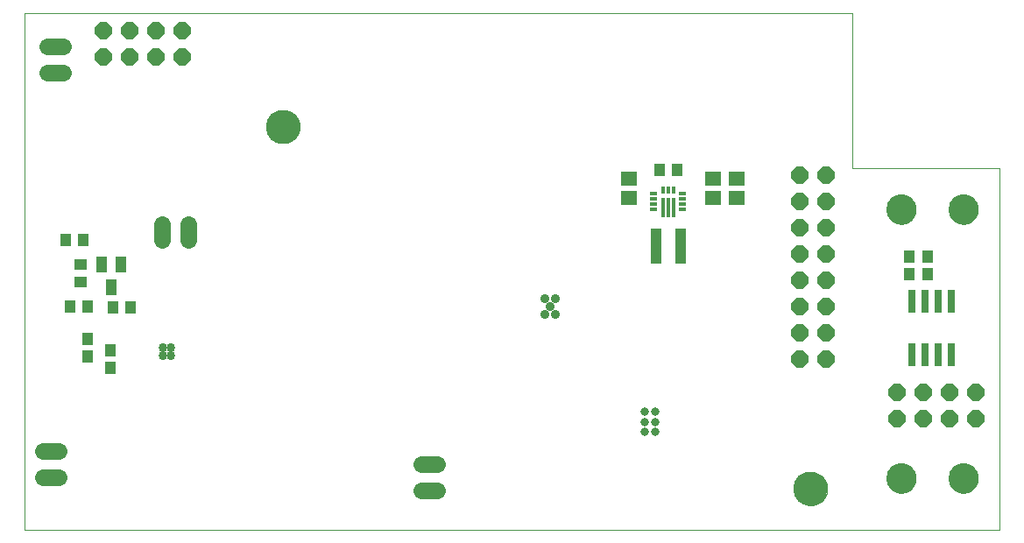
<source format=gbs>
G75*
%MOIN*%
%OFA0B0*%
%FSLAX25Y25*%
%IPPOS*%
%LPD*%
%AMOC8*
5,1,8,0,0,1.08239X$1,22.5*
%
%ADD10C,0.00000*%
%ADD11C,0.12998*%
%ADD12C,0.03400*%
%ADD13C,0.03581*%
%ADD14C,0.03600*%
%ADD15R,0.01300X0.07400*%
%ADD16R,0.02800X0.01300*%
%ADD17R,0.01300X0.02800*%
%ADD18R,0.06306X0.05518*%
%ADD19R,0.04337X0.04731*%
%ADD20R,0.04200X0.13600*%
%ADD21C,0.03187*%
%ADD22R,0.04337X0.05912*%
%ADD23R,0.04731X0.04337*%
%ADD24C,0.06400*%
%ADD25OC8,0.06400*%
%ADD26C,0.11424*%
%ADD27R,0.02762X0.09061*%
D10*
X0027103Y0012487D02*
X0027103Y0209337D01*
X0342063Y0209337D01*
X0342063Y0150282D01*
X0347969Y0150282D01*
X0346985Y0150282D01*
X0347969Y0150282D02*
X0398166Y0150282D01*
X0398166Y0012487D01*
X0342063Y0012487D01*
X0027103Y0012487D01*
X0119229Y0166030D02*
X0119231Y0166188D01*
X0119237Y0166346D01*
X0119247Y0166504D01*
X0119261Y0166662D01*
X0119279Y0166819D01*
X0119300Y0166976D01*
X0119326Y0167132D01*
X0119356Y0167288D01*
X0119389Y0167443D01*
X0119427Y0167596D01*
X0119468Y0167749D01*
X0119513Y0167901D01*
X0119562Y0168052D01*
X0119615Y0168201D01*
X0119671Y0168349D01*
X0119731Y0168495D01*
X0119795Y0168640D01*
X0119863Y0168783D01*
X0119934Y0168925D01*
X0120008Y0169065D01*
X0120086Y0169202D01*
X0120168Y0169338D01*
X0120252Y0169472D01*
X0120341Y0169603D01*
X0120432Y0169732D01*
X0120527Y0169859D01*
X0120624Y0169984D01*
X0120725Y0170106D01*
X0120829Y0170225D01*
X0120936Y0170342D01*
X0121046Y0170456D01*
X0121159Y0170567D01*
X0121274Y0170676D01*
X0121392Y0170781D01*
X0121513Y0170883D01*
X0121636Y0170983D01*
X0121762Y0171079D01*
X0121890Y0171172D01*
X0122020Y0171262D01*
X0122153Y0171348D01*
X0122288Y0171432D01*
X0122424Y0171511D01*
X0122563Y0171588D01*
X0122704Y0171660D01*
X0122846Y0171730D01*
X0122990Y0171795D01*
X0123136Y0171857D01*
X0123283Y0171915D01*
X0123432Y0171970D01*
X0123582Y0172021D01*
X0123733Y0172068D01*
X0123885Y0172111D01*
X0124038Y0172150D01*
X0124193Y0172186D01*
X0124348Y0172217D01*
X0124504Y0172245D01*
X0124660Y0172269D01*
X0124817Y0172289D01*
X0124975Y0172305D01*
X0125132Y0172317D01*
X0125291Y0172325D01*
X0125449Y0172329D01*
X0125607Y0172329D01*
X0125765Y0172325D01*
X0125924Y0172317D01*
X0126081Y0172305D01*
X0126239Y0172289D01*
X0126396Y0172269D01*
X0126552Y0172245D01*
X0126708Y0172217D01*
X0126863Y0172186D01*
X0127018Y0172150D01*
X0127171Y0172111D01*
X0127323Y0172068D01*
X0127474Y0172021D01*
X0127624Y0171970D01*
X0127773Y0171915D01*
X0127920Y0171857D01*
X0128066Y0171795D01*
X0128210Y0171730D01*
X0128352Y0171660D01*
X0128493Y0171588D01*
X0128632Y0171511D01*
X0128768Y0171432D01*
X0128903Y0171348D01*
X0129036Y0171262D01*
X0129166Y0171172D01*
X0129294Y0171079D01*
X0129420Y0170983D01*
X0129543Y0170883D01*
X0129664Y0170781D01*
X0129782Y0170676D01*
X0129897Y0170567D01*
X0130010Y0170456D01*
X0130120Y0170342D01*
X0130227Y0170225D01*
X0130331Y0170106D01*
X0130432Y0169984D01*
X0130529Y0169859D01*
X0130624Y0169732D01*
X0130715Y0169603D01*
X0130804Y0169472D01*
X0130888Y0169338D01*
X0130970Y0169202D01*
X0131048Y0169065D01*
X0131122Y0168925D01*
X0131193Y0168783D01*
X0131261Y0168640D01*
X0131325Y0168495D01*
X0131385Y0168349D01*
X0131441Y0168201D01*
X0131494Y0168052D01*
X0131543Y0167901D01*
X0131588Y0167749D01*
X0131629Y0167596D01*
X0131667Y0167443D01*
X0131700Y0167288D01*
X0131730Y0167132D01*
X0131756Y0166976D01*
X0131777Y0166819D01*
X0131795Y0166662D01*
X0131809Y0166504D01*
X0131819Y0166346D01*
X0131825Y0166188D01*
X0131827Y0166030D01*
X0131825Y0165872D01*
X0131819Y0165714D01*
X0131809Y0165556D01*
X0131795Y0165398D01*
X0131777Y0165241D01*
X0131756Y0165084D01*
X0131730Y0164928D01*
X0131700Y0164772D01*
X0131667Y0164617D01*
X0131629Y0164464D01*
X0131588Y0164311D01*
X0131543Y0164159D01*
X0131494Y0164008D01*
X0131441Y0163859D01*
X0131385Y0163711D01*
X0131325Y0163565D01*
X0131261Y0163420D01*
X0131193Y0163277D01*
X0131122Y0163135D01*
X0131048Y0162995D01*
X0130970Y0162858D01*
X0130888Y0162722D01*
X0130804Y0162588D01*
X0130715Y0162457D01*
X0130624Y0162328D01*
X0130529Y0162201D01*
X0130432Y0162076D01*
X0130331Y0161954D01*
X0130227Y0161835D01*
X0130120Y0161718D01*
X0130010Y0161604D01*
X0129897Y0161493D01*
X0129782Y0161384D01*
X0129664Y0161279D01*
X0129543Y0161177D01*
X0129420Y0161077D01*
X0129294Y0160981D01*
X0129166Y0160888D01*
X0129036Y0160798D01*
X0128903Y0160712D01*
X0128768Y0160628D01*
X0128632Y0160549D01*
X0128493Y0160472D01*
X0128352Y0160400D01*
X0128210Y0160330D01*
X0128066Y0160265D01*
X0127920Y0160203D01*
X0127773Y0160145D01*
X0127624Y0160090D01*
X0127474Y0160039D01*
X0127323Y0159992D01*
X0127171Y0159949D01*
X0127018Y0159910D01*
X0126863Y0159874D01*
X0126708Y0159843D01*
X0126552Y0159815D01*
X0126396Y0159791D01*
X0126239Y0159771D01*
X0126081Y0159755D01*
X0125924Y0159743D01*
X0125765Y0159735D01*
X0125607Y0159731D01*
X0125449Y0159731D01*
X0125291Y0159735D01*
X0125132Y0159743D01*
X0124975Y0159755D01*
X0124817Y0159771D01*
X0124660Y0159791D01*
X0124504Y0159815D01*
X0124348Y0159843D01*
X0124193Y0159874D01*
X0124038Y0159910D01*
X0123885Y0159949D01*
X0123733Y0159992D01*
X0123582Y0160039D01*
X0123432Y0160090D01*
X0123283Y0160145D01*
X0123136Y0160203D01*
X0122990Y0160265D01*
X0122846Y0160330D01*
X0122704Y0160400D01*
X0122563Y0160472D01*
X0122424Y0160549D01*
X0122288Y0160628D01*
X0122153Y0160712D01*
X0122020Y0160798D01*
X0121890Y0160888D01*
X0121762Y0160981D01*
X0121636Y0161077D01*
X0121513Y0161177D01*
X0121392Y0161279D01*
X0121274Y0161384D01*
X0121159Y0161493D01*
X0121046Y0161604D01*
X0120936Y0161718D01*
X0120829Y0161835D01*
X0120725Y0161954D01*
X0120624Y0162076D01*
X0120527Y0162201D01*
X0120432Y0162328D01*
X0120341Y0162457D01*
X0120252Y0162588D01*
X0120168Y0162722D01*
X0120086Y0162858D01*
X0120008Y0162995D01*
X0119934Y0163135D01*
X0119863Y0163277D01*
X0119795Y0163420D01*
X0119731Y0163565D01*
X0119671Y0163711D01*
X0119615Y0163859D01*
X0119562Y0164008D01*
X0119513Y0164159D01*
X0119468Y0164311D01*
X0119427Y0164464D01*
X0119389Y0164617D01*
X0119356Y0164772D01*
X0119326Y0164928D01*
X0119300Y0165084D01*
X0119279Y0165241D01*
X0119261Y0165398D01*
X0119247Y0165556D01*
X0119237Y0165714D01*
X0119231Y0165872D01*
X0119229Y0166030D01*
X0355252Y0134534D02*
X0355254Y0134682D01*
X0355260Y0134830D01*
X0355270Y0134978D01*
X0355284Y0135125D01*
X0355302Y0135272D01*
X0355323Y0135418D01*
X0355349Y0135564D01*
X0355379Y0135709D01*
X0355412Y0135853D01*
X0355450Y0135996D01*
X0355491Y0136138D01*
X0355536Y0136279D01*
X0355584Y0136419D01*
X0355637Y0136558D01*
X0355693Y0136695D01*
X0355753Y0136830D01*
X0355816Y0136964D01*
X0355883Y0137096D01*
X0355954Y0137226D01*
X0356028Y0137354D01*
X0356105Y0137480D01*
X0356186Y0137604D01*
X0356270Y0137726D01*
X0356357Y0137845D01*
X0356448Y0137962D01*
X0356542Y0138077D01*
X0356638Y0138189D01*
X0356738Y0138299D01*
X0356840Y0138405D01*
X0356946Y0138509D01*
X0357054Y0138610D01*
X0357165Y0138708D01*
X0357278Y0138804D01*
X0357394Y0138896D01*
X0357512Y0138985D01*
X0357633Y0139070D01*
X0357756Y0139153D01*
X0357881Y0139232D01*
X0358008Y0139308D01*
X0358137Y0139380D01*
X0358268Y0139449D01*
X0358401Y0139514D01*
X0358536Y0139575D01*
X0358672Y0139633D01*
X0358809Y0139688D01*
X0358948Y0139738D01*
X0359089Y0139785D01*
X0359230Y0139828D01*
X0359373Y0139868D01*
X0359517Y0139903D01*
X0359661Y0139935D01*
X0359807Y0139962D01*
X0359953Y0139986D01*
X0360100Y0140006D01*
X0360247Y0140022D01*
X0360394Y0140034D01*
X0360542Y0140042D01*
X0360690Y0140046D01*
X0360838Y0140046D01*
X0360986Y0140042D01*
X0361134Y0140034D01*
X0361281Y0140022D01*
X0361428Y0140006D01*
X0361575Y0139986D01*
X0361721Y0139962D01*
X0361867Y0139935D01*
X0362011Y0139903D01*
X0362155Y0139868D01*
X0362298Y0139828D01*
X0362439Y0139785D01*
X0362580Y0139738D01*
X0362719Y0139688D01*
X0362856Y0139633D01*
X0362992Y0139575D01*
X0363127Y0139514D01*
X0363260Y0139449D01*
X0363391Y0139380D01*
X0363520Y0139308D01*
X0363647Y0139232D01*
X0363772Y0139153D01*
X0363895Y0139070D01*
X0364016Y0138985D01*
X0364134Y0138896D01*
X0364250Y0138804D01*
X0364363Y0138708D01*
X0364474Y0138610D01*
X0364582Y0138509D01*
X0364688Y0138405D01*
X0364790Y0138299D01*
X0364890Y0138189D01*
X0364986Y0138077D01*
X0365080Y0137962D01*
X0365171Y0137845D01*
X0365258Y0137726D01*
X0365342Y0137604D01*
X0365423Y0137480D01*
X0365500Y0137354D01*
X0365574Y0137226D01*
X0365645Y0137096D01*
X0365712Y0136964D01*
X0365775Y0136830D01*
X0365835Y0136695D01*
X0365891Y0136558D01*
X0365944Y0136419D01*
X0365992Y0136279D01*
X0366037Y0136138D01*
X0366078Y0135996D01*
X0366116Y0135853D01*
X0366149Y0135709D01*
X0366179Y0135564D01*
X0366205Y0135418D01*
X0366226Y0135272D01*
X0366244Y0135125D01*
X0366258Y0134978D01*
X0366268Y0134830D01*
X0366274Y0134682D01*
X0366276Y0134534D01*
X0366274Y0134386D01*
X0366268Y0134238D01*
X0366258Y0134090D01*
X0366244Y0133943D01*
X0366226Y0133796D01*
X0366205Y0133650D01*
X0366179Y0133504D01*
X0366149Y0133359D01*
X0366116Y0133215D01*
X0366078Y0133072D01*
X0366037Y0132930D01*
X0365992Y0132789D01*
X0365944Y0132649D01*
X0365891Y0132510D01*
X0365835Y0132373D01*
X0365775Y0132238D01*
X0365712Y0132104D01*
X0365645Y0131972D01*
X0365574Y0131842D01*
X0365500Y0131714D01*
X0365423Y0131588D01*
X0365342Y0131464D01*
X0365258Y0131342D01*
X0365171Y0131223D01*
X0365080Y0131106D01*
X0364986Y0130991D01*
X0364890Y0130879D01*
X0364790Y0130769D01*
X0364688Y0130663D01*
X0364582Y0130559D01*
X0364474Y0130458D01*
X0364363Y0130360D01*
X0364250Y0130264D01*
X0364134Y0130172D01*
X0364016Y0130083D01*
X0363895Y0129998D01*
X0363772Y0129915D01*
X0363647Y0129836D01*
X0363520Y0129760D01*
X0363391Y0129688D01*
X0363260Y0129619D01*
X0363127Y0129554D01*
X0362992Y0129493D01*
X0362856Y0129435D01*
X0362719Y0129380D01*
X0362580Y0129330D01*
X0362439Y0129283D01*
X0362298Y0129240D01*
X0362155Y0129200D01*
X0362011Y0129165D01*
X0361867Y0129133D01*
X0361721Y0129106D01*
X0361575Y0129082D01*
X0361428Y0129062D01*
X0361281Y0129046D01*
X0361134Y0129034D01*
X0360986Y0129026D01*
X0360838Y0129022D01*
X0360690Y0129022D01*
X0360542Y0129026D01*
X0360394Y0129034D01*
X0360247Y0129046D01*
X0360100Y0129062D01*
X0359953Y0129082D01*
X0359807Y0129106D01*
X0359661Y0129133D01*
X0359517Y0129165D01*
X0359373Y0129200D01*
X0359230Y0129240D01*
X0359089Y0129283D01*
X0358948Y0129330D01*
X0358809Y0129380D01*
X0358672Y0129435D01*
X0358536Y0129493D01*
X0358401Y0129554D01*
X0358268Y0129619D01*
X0358137Y0129688D01*
X0358008Y0129760D01*
X0357881Y0129836D01*
X0357756Y0129915D01*
X0357633Y0129998D01*
X0357512Y0130083D01*
X0357394Y0130172D01*
X0357278Y0130264D01*
X0357165Y0130360D01*
X0357054Y0130458D01*
X0356946Y0130559D01*
X0356840Y0130663D01*
X0356738Y0130769D01*
X0356638Y0130879D01*
X0356542Y0130991D01*
X0356448Y0131106D01*
X0356357Y0131223D01*
X0356270Y0131342D01*
X0356186Y0131464D01*
X0356105Y0131588D01*
X0356028Y0131714D01*
X0355954Y0131842D01*
X0355883Y0131972D01*
X0355816Y0132104D01*
X0355753Y0132238D01*
X0355693Y0132373D01*
X0355637Y0132510D01*
X0355584Y0132649D01*
X0355536Y0132789D01*
X0355491Y0132930D01*
X0355450Y0133072D01*
X0355412Y0133215D01*
X0355379Y0133359D01*
X0355349Y0133504D01*
X0355323Y0133650D01*
X0355302Y0133796D01*
X0355284Y0133943D01*
X0355270Y0134090D01*
X0355260Y0134238D01*
X0355254Y0134386D01*
X0355252Y0134534D01*
X0378874Y0134534D02*
X0378876Y0134682D01*
X0378882Y0134830D01*
X0378892Y0134978D01*
X0378906Y0135125D01*
X0378924Y0135272D01*
X0378945Y0135418D01*
X0378971Y0135564D01*
X0379001Y0135709D01*
X0379034Y0135853D01*
X0379072Y0135996D01*
X0379113Y0136138D01*
X0379158Y0136279D01*
X0379206Y0136419D01*
X0379259Y0136558D01*
X0379315Y0136695D01*
X0379375Y0136830D01*
X0379438Y0136964D01*
X0379505Y0137096D01*
X0379576Y0137226D01*
X0379650Y0137354D01*
X0379727Y0137480D01*
X0379808Y0137604D01*
X0379892Y0137726D01*
X0379979Y0137845D01*
X0380070Y0137962D01*
X0380164Y0138077D01*
X0380260Y0138189D01*
X0380360Y0138299D01*
X0380462Y0138405D01*
X0380568Y0138509D01*
X0380676Y0138610D01*
X0380787Y0138708D01*
X0380900Y0138804D01*
X0381016Y0138896D01*
X0381134Y0138985D01*
X0381255Y0139070D01*
X0381378Y0139153D01*
X0381503Y0139232D01*
X0381630Y0139308D01*
X0381759Y0139380D01*
X0381890Y0139449D01*
X0382023Y0139514D01*
X0382158Y0139575D01*
X0382294Y0139633D01*
X0382431Y0139688D01*
X0382570Y0139738D01*
X0382711Y0139785D01*
X0382852Y0139828D01*
X0382995Y0139868D01*
X0383139Y0139903D01*
X0383283Y0139935D01*
X0383429Y0139962D01*
X0383575Y0139986D01*
X0383722Y0140006D01*
X0383869Y0140022D01*
X0384016Y0140034D01*
X0384164Y0140042D01*
X0384312Y0140046D01*
X0384460Y0140046D01*
X0384608Y0140042D01*
X0384756Y0140034D01*
X0384903Y0140022D01*
X0385050Y0140006D01*
X0385197Y0139986D01*
X0385343Y0139962D01*
X0385489Y0139935D01*
X0385633Y0139903D01*
X0385777Y0139868D01*
X0385920Y0139828D01*
X0386061Y0139785D01*
X0386202Y0139738D01*
X0386341Y0139688D01*
X0386478Y0139633D01*
X0386614Y0139575D01*
X0386749Y0139514D01*
X0386882Y0139449D01*
X0387013Y0139380D01*
X0387142Y0139308D01*
X0387269Y0139232D01*
X0387394Y0139153D01*
X0387517Y0139070D01*
X0387638Y0138985D01*
X0387756Y0138896D01*
X0387872Y0138804D01*
X0387985Y0138708D01*
X0388096Y0138610D01*
X0388204Y0138509D01*
X0388310Y0138405D01*
X0388412Y0138299D01*
X0388512Y0138189D01*
X0388608Y0138077D01*
X0388702Y0137962D01*
X0388793Y0137845D01*
X0388880Y0137726D01*
X0388964Y0137604D01*
X0389045Y0137480D01*
X0389122Y0137354D01*
X0389196Y0137226D01*
X0389267Y0137096D01*
X0389334Y0136964D01*
X0389397Y0136830D01*
X0389457Y0136695D01*
X0389513Y0136558D01*
X0389566Y0136419D01*
X0389614Y0136279D01*
X0389659Y0136138D01*
X0389700Y0135996D01*
X0389738Y0135853D01*
X0389771Y0135709D01*
X0389801Y0135564D01*
X0389827Y0135418D01*
X0389848Y0135272D01*
X0389866Y0135125D01*
X0389880Y0134978D01*
X0389890Y0134830D01*
X0389896Y0134682D01*
X0389898Y0134534D01*
X0389896Y0134386D01*
X0389890Y0134238D01*
X0389880Y0134090D01*
X0389866Y0133943D01*
X0389848Y0133796D01*
X0389827Y0133650D01*
X0389801Y0133504D01*
X0389771Y0133359D01*
X0389738Y0133215D01*
X0389700Y0133072D01*
X0389659Y0132930D01*
X0389614Y0132789D01*
X0389566Y0132649D01*
X0389513Y0132510D01*
X0389457Y0132373D01*
X0389397Y0132238D01*
X0389334Y0132104D01*
X0389267Y0131972D01*
X0389196Y0131842D01*
X0389122Y0131714D01*
X0389045Y0131588D01*
X0388964Y0131464D01*
X0388880Y0131342D01*
X0388793Y0131223D01*
X0388702Y0131106D01*
X0388608Y0130991D01*
X0388512Y0130879D01*
X0388412Y0130769D01*
X0388310Y0130663D01*
X0388204Y0130559D01*
X0388096Y0130458D01*
X0387985Y0130360D01*
X0387872Y0130264D01*
X0387756Y0130172D01*
X0387638Y0130083D01*
X0387517Y0129998D01*
X0387394Y0129915D01*
X0387269Y0129836D01*
X0387142Y0129760D01*
X0387013Y0129688D01*
X0386882Y0129619D01*
X0386749Y0129554D01*
X0386614Y0129493D01*
X0386478Y0129435D01*
X0386341Y0129380D01*
X0386202Y0129330D01*
X0386061Y0129283D01*
X0385920Y0129240D01*
X0385777Y0129200D01*
X0385633Y0129165D01*
X0385489Y0129133D01*
X0385343Y0129106D01*
X0385197Y0129082D01*
X0385050Y0129062D01*
X0384903Y0129046D01*
X0384756Y0129034D01*
X0384608Y0129026D01*
X0384460Y0129022D01*
X0384312Y0129022D01*
X0384164Y0129026D01*
X0384016Y0129034D01*
X0383869Y0129046D01*
X0383722Y0129062D01*
X0383575Y0129082D01*
X0383429Y0129106D01*
X0383283Y0129133D01*
X0383139Y0129165D01*
X0382995Y0129200D01*
X0382852Y0129240D01*
X0382711Y0129283D01*
X0382570Y0129330D01*
X0382431Y0129380D01*
X0382294Y0129435D01*
X0382158Y0129493D01*
X0382023Y0129554D01*
X0381890Y0129619D01*
X0381759Y0129688D01*
X0381630Y0129760D01*
X0381503Y0129836D01*
X0381378Y0129915D01*
X0381255Y0129998D01*
X0381134Y0130083D01*
X0381016Y0130172D01*
X0380900Y0130264D01*
X0380787Y0130360D01*
X0380676Y0130458D01*
X0380568Y0130559D01*
X0380462Y0130663D01*
X0380360Y0130769D01*
X0380260Y0130879D01*
X0380164Y0130991D01*
X0380070Y0131106D01*
X0379979Y0131223D01*
X0379892Y0131342D01*
X0379808Y0131464D01*
X0379727Y0131588D01*
X0379650Y0131714D01*
X0379576Y0131842D01*
X0379505Y0131972D01*
X0379438Y0132104D01*
X0379375Y0132238D01*
X0379315Y0132373D01*
X0379259Y0132510D01*
X0379206Y0132649D01*
X0379158Y0132789D01*
X0379113Y0132930D01*
X0379072Y0133072D01*
X0379034Y0133215D01*
X0379001Y0133359D01*
X0378971Y0133504D01*
X0378945Y0133650D01*
X0378924Y0133796D01*
X0378906Y0133943D01*
X0378892Y0134090D01*
X0378882Y0134238D01*
X0378876Y0134386D01*
X0378874Y0134534D01*
X0378874Y0032172D02*
X0378876Y0032320D01*
X0378882Y0032468D01*
X0378892Y0032616D01*
X0378906Y0032763D01*
X0378924Y0032910D01*
X0378945Y0033056D01*
X0378971Y0033202D01*
X0379001Y0033347D01*
X0379034Y0033491D01*
X0379072Y0033634D01*
X0379113Y0033776D01*
X0379158Y0033917D01*
X0379206Y0034057D01*
X0379259Y0034196D01*
X0379315Y0034333D01*
X0379375Y0034468D01*
X0379438Y0034602D01*
X0379505Y0034734D01*
X0379576Y0034864D01*
X0379650Y0034992D01*
X0379727Y0035118D01*
X0379808Y0035242D01*
X0379892Y0035364D01*
X0379979Y0035483D01*
X0380070Y0035600D01*
X0380164Y0035715D01*
X0380260Y0035827D01*
X0380360Y0035937D01*
X0380462Y0036043D01*
X0380568Y0036147D01*
X0380676Y0036248D01*
X0380787Y0036346D01*
X0380900Y0036442D01*
X0381016Y0036534D01*
X0381134Y0036623D01*
X0381255Y0036708D01*
X0381378Y0036791D01*
X0381503Y0036870D01*
X0381630Y0036946D01*
X0381759Y0037018D01*
X0381890Y0037087D01*
X0382023Y0037152D01*
X0382158Y0037213D01*
X0382294Y0037271D01*
X0382431Y0037326D01*
X0382570Y0037376D01*
X0382711Y0037423D01*
X0382852Y0037466D01*
X0382995Y0037506D01*
X0383139Y0037541D01*
X0383283Y0037573D01*
X0383429Y0037600D01*
X0383575Y0037624D01*
X0383722Y0037644D01*
X0383869Y0037660D01*
X0384016Y0037672D01*
X0384164Y0037680D01*
X0384312Y0037684D01*
X0384460Y0037684D01*
X0384608Y0037680D01*
X0384756Y0037672D01*
X0384903Y0037660D01*
X0385050Y0037644D01*
X0385197Y0037624D01*
X0385343Y0037600D01*
X0385489Y0037573D01*
X0385633Y0037541D01*
X0385777Y0037506D01*
X0385920Y0037466D01*
X0386061Y0037423D01*
X0386202Y0037376D01*
X0386341Y0037326D01*
X0386478Y0037271D01*
X0386614Y0037213D01*
X0386749Y0037152D01*
X0386882Y0037087D01*
X0387013Y0037018D01*
X0387142Y0036946D01*
X0387269Y0036870D01*
X0387394Y0036791D01*
X0387517Y0036708D01*
X0387638Y0036623D01*
X0387756Y0036534D01*
X0387872Y0036442D01*
X0387985Y0036346D01*
X0388096Y0036248D01*
X0388204Y0036147D01*
X0388310Y0036043D01*
X0388412Y0035937D01*
X0388512Y0035827D01*
X0388608Y0035715D01*
X0388702Y0035600D01*
X0388793Y0035483D01*
X0388880Y0035364D01*
X0388964Y0035242D01*
X0389045Y0035118D01*
X0389122Y0034992D01*
X0389196Y0034864D01*
X0389267Y0034734D01*
X0389334Y0034602D01*
X0389397Y0034468D01*
X0389457Y0034333D01*
X0389513Y0034196D01*
X0389566Y0034057D01*
X0389614Y0033917D01*
X0389659Y0033776D01*
X0389700Y0033634D01*
X0389738Y0033491D01*
X0389771Y0033347D01*
X0389801Y0033202D01*
X0389827Y0033056D01*
X0389848Y0032910D01*
X0389866Y0032763D01*
X0389880Y0032616D01*
X0389890Y0032468D01*
X0389896Y0032320D01*
X0389898Y0032172D01*
X0389896Y0032024D01*
X0389890Y0031876D01*
X0389880Y0031728D01*
X0389866Y0031581D01*
X0389848Y0031434D01*
X0389827Y0031288D01*
X0389801Y0031142D01*
X0389771Y0030997D01*
X0389738Y0030853D01*
X0389700Y0030710D01*
X0389659Y0030568D01*
X0389614Y0030427D01*
X0389566Y0030287D01*
X0389513Y0030148D01*
X0389457Y0030011D01*
X0389397Y0029876D01*
X0389334Y0029742D01*
X0389267Y0029610D01*
X0389196Y0029480D01*
X0389122Y0029352D01*
X0389045Y0029226D01*
X0388964Y0029102D01*
X0388880Y0028980D01*
X0388793Y0028861D01*
X0388702Y0028744D01*
X0388608Y0028629D01*
X0388512Y0028517D01*
X0388412Y0028407D01*
X0388310Y0028301D01*
X0388204Y0028197D01*
X0388096Y0028096D01*
X0387985Y0027998D01*
X0387872Y0027902D01*
X0387756Y0027810D01*
X0387638Y0027721D01*
X0387517Y0027636D01*
X0387394Y0027553D01*
X0387269Y0027474D01*
X0387142Y0027398D01*
X0387013Y0027326D01*
X0386882Y0027257D01*
X0386749Y0027192D01*
X0386614Y0027131D01*
X0386478Y0027073D01*
X0386341Y0027018D01*
X0386202Y0026968D01*
X0386061Y0026921D01*
X0385920Y0026878D01*
X0385777Y0026838D01*
X0385633Y0026803D01*
X0385489Y0026771D01*
X0385343Y0026744D01*
X0385197Y0026720D01*
X0385050Y0026700D01*
X0384903Y0026684D01*
X0384756Y0026672D01*
X0384608Y0026664D01*
X0384460Y0026660D01*
X0384312Y0026660D01*
X0384164Y0026664D01*
X0384016Y0026672D01*
X0383869Y0026684D01*
X0383722Y0026700D01*
X0383575Y0026720D01*
X0383429Y0026744D01*
X0383283Y0026771D01*
X0383139Y0026803D01*
X0382995Y0026838D01*
X0382852Y0026878D01*
X0382711Y0026921D01*
X0382570Y0026968D01*
X0382431Y0027018D01*
X0382294Y0027073D01*
X0382158Y0027131D01*
X0382023Y0027192D01*
X0381890Y0027257D01*
X0381759Y0027326D01*
X0381630Y0027398D01*
X0381503Y0027474D01*
X0381378Y0027553D01*
X0381255Y0027636D01*
X0381134Y0027721D01*
X0381016Y0027810D01*
X0380900Y0027902D01*
X0380787Y0027998D01*
X0380676Y0028096D01*
X0380568Y0028197D01*
X0380462Y0028301D01*
X0380360Y0028407D01*
X0380260Y0028517D01*
X0380164Y0028629D01*
X0380070Y0028744D01*
X0379979Y0028861D01*
X0379892Y0028980D01*
X0379808Y0029102D01*
X0379727Y0029226D01*
X0379650Y0029352D01*
X0379576Y0029480D01*
X0379505Y0029610D01*
X0379438Y0029742D01*
X0379375Y0029876D01*
X0379315Y0030011D01*
X0379259Y0030148D01*
X0379206Y0030287D01*
X0379158Y0030427D01*
X0379113Y0030568D01*
X0379072Y0030710D01*
X0379034Y0030853D01*
X0379001Y0030997D01*
X0378971Y0031142D01*
X0378945Y0031288D01*
X0378924Y0031434D01*
X0378906Y0031581D01*
X0378892Y0031728D01*
X0378882Y0031876D01*
X0378876Y0032024D01*
X0378874Y0032172D01*
X0355252Y0032172D02*
X0355254Y0032320D01*
X0355260Y0032468D01*
X0355270Y0032616D01*
X0355284Y0032763D01*
X0355302Y0032910D01*
X0355323Y0033056D01*
X0355349Y0033202D01*
X0355379Y0033347D01*
X0355412Y0033491D01*
X0355450Y0033634D01*
X0355491Y0033776D01*
X0355536Y0033917D01*
X0355584Y0034057D01*
X0355637Y0034196D01*
X0355693Y0034333D01*
X0355753Y0034468D01*
X0355816Y0034602D01*
X0355883Y0034734D01*
X0355954Y0034864D01*
X0356028Y0034992D01*
X0356105Y0035118D01*
X0356186Y0035242D01*
X0356270Y0035364D01*
X0356357Y0035483D01*
X0356448Y0035600D01*
X0356542Y0035715D01*
X0356638Y0035827D01*
X0356738Y0035937D01*
X0356840Y0036043D01*
X0356946Y0036147D01*
X0357054Y0036248D01*
X0357165Y0036346D01*
X0357278Y0036442D01*
X0357394Y0036534D01*
X0357512Y0036623D01*
X0357633Y0036708D01*
X0357756Y0036791D01*
X0357881Y0036870D01*
X0358008Y0036946D01*
X0358137Y0037018D01*
X0358268Y0037087D01*
X0358401Y0037152D01*
X0358536Y0037213D01*
X0358672Y0037271D01*
X0358809Y0037326D01*
X0358948Y0037376D01*
X0359089Y0037423D01*
X0359230Y0037466D01*
X0359373Y0037506D01*
X0359517Y0037541D01*
X0359661Y0037573D01*
X0359807Y0037600D01*
X0359953Y0037624D01*
X0360100Y0037644D01*
X0360247Y0037660D01*
X0360394Y0037672D01*
X0360542Y0037680D01*
X0360690Y0037684D01*
X0360838Y0037684D01*
X0360986Y0037680D01*
X0361134Y0037672D01*
X0361281Y0037660D01*
X0361428Y0037644D01*
X0361575Y0037624D01*
X0361721Y0037600D01*
X0361867Y0037573D01*
X0362011Y0037541D01*
X0362155Y0037506D01*
X0362298Y0037466D01*
X0362439Y0037423D01*
X0362580Y0037376D01*
X0362719Y0037326D01*
X0362856Y0037271D01*
X0362992Y0037213D01*
X0363127Y0037152D01*
X0363260Y0037087D01*
X0363391Y0037018D01*
X0363520Y0036946D01*
X0363647Y0036870D01*
X0363772Y0036791D01*
X0363895Y0036708D01*
X0364016Y0036623D01*
X0364134Y0036534D01*
X0364250Y0036442D01*
X0364363Y0036346D01*
X0364474Y0036248D01*
X0364582Y0036147D01*
X0364688Y0036043D01*
X0364790Y0035937D01*
X0364890Y0035827D01*
X0364986Y0035715D01*
X0365080Y0035600D01*
X0365171Y0035483D01*
X0365258Y0035364D01*
X0365342Y0035242D01*
X0365423Y0035118D01*
X0365500Y0034992D01*
X0365574Y0034864D01*
X0365645Y0034734D01*
X0365712Y0034602D01*
X0365775Y0034468D01*
X0365835Y0034333D01*
X0365891Y0034196D01*
X0365944Y0034057D01*
X0365992Y0033917D01*
X0366037Y0033776D01*
X0366078Y0033634D01*
X0366116Y0033491D01*
X0366149Y0033347D01*
X0366179Y0033202D01*
X0366205Y0033056D01*
X0366226Y0032910D01*
X0366244Y0032763D01*
X0366258Y0032616D01*
X0366268Y0032468D01*
X0366274Y0032320D01*
X0366276Y0032172D01*
X0366274Y0032024D01*
X0366268Y0031876D01*
X0366258Y0031728D01*
X0366244Y0031581D01*
X0366226Y0031434D01*
X0366205Y0031288D01*
X0366179Y0031142D01*
X0366149Y0030997D01*
X0366116Y0030853D01*
X0366078Y0030710D01*
X0366037Y0030568D01*
X0365992Y0030427D01*
X0365944Y0030287D01*
X0365891Y0030148D01*
X0365835Y0030011D01*
X0365775Y0029876D01*
X0365712Y0029742D01*
X0365645Y0029610D01*
X0365574Y0029480D01*
X0365500Y0029352D01*
X0365423Y0029226D01*
X0365342Y0029102D01*
X0365258Y0028980D01*
X0365171Y0028861D01*
X0365080Y0028744D01*
X0364986Y0028629D01*
X0364890Y0028517D01*
X0364790Y0028407D01*
X0364688Y0028301D01*
X0364582Y0028197D01*
X0364474Y0028096D01*
X0364363Y0027998D01*
X0364250Y0027902D01*
X0364134Y0027810D01*
X0364016Y0027721D01*
X0363895Y0027636D01*
X0363772Y0027553D01*
X0363647Y0027474D01*
X0363520Y0027398D01*
X0363391Y0027326D01*
X0363260Y0027257D01*
X0363127Y0027192D01*
X0362992Y0027131D01*
X0362856Y0027073D01*
X0362719Y0027018D01*
X0362580Y0026968D01*
X0362439Y0026921D01*
X0362298Y0026878D01*
X0362155Y0026838D01*
X0362011Y0026803D01*
X0361867Y0026771D01*
X0361721Y0026744D01*
X0361575Y0026720D01*
X0361428Y0026700D01*
X0361281Y0026684D01*
X0361134Y0026672D01*
X0360986Y0026664D01*
X0360838Y0026660D01*
X0360690Y0026660D01*
X0360542Y0026664D01*
X0360394Y0026672D01*
X0360247Y0026684D01*
X0360100Y0026700D01*
X0359953Y0026720D01*
X0359807Y0026744D01*
X0359661Y0026771D01*
X0359517Y0026803D01*
X0359373Y0026838D01*
X0359230Y0026878D01*
X0359089Y0026921D01*
X0358948Y0026968D01*
X0358809Y0027018D01*
X0358672Y0027073D01*
X0358536Y0027131D01*
X0358401Y0027192D01*
X0358268Y0027257D01*
X0358137Y0027326D01*
X0358008Y0027398D01*
X0357881Y0027474D01*
X0357756Y0027553D01*
X0357633Y0027636D01*
X0357512Y0027721D01*
X0357394Y0027810D01*
X0357278Y0027902D01*
X0357165Y0027998D01*
X0357054Y0028096D01*
X0356946Y0028197D01*
X0356840Y0028301D01*
X0356738Y0028407D01*
X0356638Y0028517D01*
X0356542Y0028629D01*
X0356448Y0028744D01*
X0356357Y0028861D01*
X0356270Y0028980D01*
X0356186Y0029102D01*
X0356105Y0029226D01*
X0356028Y0029352D01*
X0355954Y0029480D01*
X0355883Y0029610D01*
X0355816Y0029742D01*
X0355753Y0029876D01*
X0355693Y0030011D01*
X0355637Y0030148D01*
X0355584Y0030287D01*
X0355536Y0030427D01*
X0355491Y0030568D01*
X0355450Y0030710D01*
X0355412Y0030853D01*
X0355379Y0030997D01*
X0355349Y0031142D01*
X0355323Y0031288D01*
X0355302Y0031434D01*
X0355284Y0031581D01*
X0355270Y0031728D01*
X0355260Y0031876D01*
X0355254Y0032024D01*
X0355252Y0032172D01*
X0320016Y0028235D02*
X0320018Y0028393D01*
X0320024Y0028551D01*
X0320034Y0028709D01*
X0320048Y0028867D01*
X0320066Y0029024D01*
X0320087Y0029181D01*
X0320113Y0029337D01*
X0320143Y0029493D01*
X0320176Y0029648D01*
X0320214Y0029801D01*
X0320255Y0029954D01*
X0320300Y0030106D01*
X0320349Y0030257D01*
X0320402Y0030406D01*
X0320458Y0030554D01*
X0320518Y0030700D01*
X0320582Y0030845D01*
X0320650Y0030988D01*
X0320721Y0031130D01*
X0320795Y0031270D01*
X0320873Y0031407D01*
X0320955Y0031543D01*
X0321039Y0031677D01*
X0321128Y0031808D01*
X0321219Y0031937D01*
X0321314Y0032064D01*
X0321411Y0032189D01*
X0321512Y0032311D01*
X0321616Y0032430D01*
X0321723Y0032547D01*
X0321833Y0032661D01*
X0321946Y0032772D01*
X0322061Y0032881D01*
X0322179Y0032986D01*
X0322300Y0033088D01*
X0322423Y0033188D01*
X0322549Y0033284D01*
X0322677Y0033377D01*
X0322807Y0033467D01*
X0322940Y0033553D01*
X0323075Y0033637D01*
X0323211Y0033716D01*
X0323350Y0033793D01*
X0323491Y0033865D01*
X0323633Y0033935D01*
X0323777Y0034000D01*
X0323923Y0034062D01*
X0324070Y0034120D01*
X0324219Y0034175D01*
X0324369Y0034226D01*
X0324520Y0034273D01*
X0324672Y0034316D01*
X0324825Y0034355D01*
X0324980Y0034391D01*
X0325135Y0034422D01*
X0325291Y0034450D01*
X0325447Y0034474D01*
X0325604Y0034494D01*
X0325762Y0034510D01*
X0325919Y0034522D01*
X0326078Y0034530D01*
X0326236Y0034534D01*
X0326394Y0034534D01*
X0326552Y0034530D01*
X0326711Y0034522D01*
X0326868Y0034510D01*
X0327026Y0034494D01*
X0327183Y0034474D01*
X0327339Y0034450D01*
X0327495Y0034422D01*
X0327650Y0034391D01*
X0327805Y0034355D01*
X0327958Y0034316D01*
X0328110Y0034273D01*
X0328261Y0034226D01*
X0328411Y0034175D01*
X0328560Y0034120D01*
X0328707Y0034062D01*
X0328853Y0034000D01*
X0328997Y0033935D01*
X0329139Y0033865D01*
X0329280Y0033793D01*
X0329419Y0033716D01*
X0329555Y0033637D01*
X0329690Y0033553D01*
X0329823Y0033467D01*
X0329953Y0033377D01*
X0330081Y0033284D01*
X0330207Y0033188D01*
X0330330Y0033088D01*
X0330451Y0032986D01*
X0330569Y0032881D01*
X0330684Y0032772D01*
X0330797Y0032661D01*
X0330907Y0032547D01*
X0331014Y0032430D01*
X0331118Y0032311D01*
X0331219Y0032189D01*
X0331316Y0032064D01*
X0331411Y0031937D01*
X0331502Y0031808D01*
X0331591Y0031677D01*
X0331675Y0031543D01*
X0331757Y0031407D01*
X0331835Y0031270D01*
X0331909Y0031130D01*
X0331980Y0030988D01*
X0332048Y0030845D01*
X0332112Y0030700D01*
X0332172Y0030554D01*
X0332228Y0030406D01*
X0332281Y0030257D01*
X0332330Y0030106D01*
X0332375Y0029954D01*
X0332416Y0029801D01*
X0332454Y0029648D01*
X0332487Y0029493D01*
X0332517Y0029337D01*
X0332543Y0029181D01*
X0332564Y0029024D01*
X0332582Y0028867D01*
X0332596Y0028709D01*
X0332606Y0028551D01*
X0332612Y0028393D01*
X0332614Y0028235D01*
X0332612Y0028077D01*
X0332606Y0027919D01*
X0332596Y0027761D01*
X0332582Y0027603D01*
X0332564Y0027446D01*
X0332543Y0027289D01*
X0332517Y0027133D01*
X0332487Y0026977D01*
X0332454Y0026822D01*
X0332416Y0026669D01*
X0332375Y0026516D01*
X0332330Y0026364D01*
X0332281Y0026213D01*
X0332228Y0026064D01*
X0332172Y0025916D01*
X0332112Y0025770D01*
X0332048Y0025625D01*
X0331980Y0025482D01*
X0331909Y0025340D01*
X0331835Y0025200D01*
X0331757Y0025063D01*
X0331675Y0024927D01*
X0331591Y0024793D01*
X0331502Y0024662D01*
X0331411Y0024533D01*
X0331316Y0024406D01*
X0331219Y0024281D01*
X0331118Y0024159D01*
X0331014Y0024040D01*
X0330907Y0023923D01*
X0330797Y0023809D01*
X0330684Y0023698D01*
X0330569Y0023589D01*
X0330451Y0023484D01*
X0330330Y0023382D01*
X0330207Y0023282D01*
X0330081Y0023186D01*
X0329953Y0023093D01*
X0329823Y0023003D01*
X0329690Y0022917D01*
X0329555Y0022833D01*
X0329419Y0022754D01*
X0329280Y0022677D01*
X0329139Y0022605D01*
X0328997Y0022535D01*
X0328853Y0022470D01*
X0328707Y0022408D01*
X0328560Y0022350D01*
X0328411Y0022295D01*
X0328261Y0022244D01*
X0328110Y0022197D01*
X0327958Y0022154D01*
X0327805Y0022115D01*
X0327650Y0022079D01*
X0327495Y0022048D01*
X0327339Y0022020D01*
X0327183Y0021996D01*
X0327026Y0021976D01*
X0326868Y0021960D01*
X0326711Y0021948D01*
X0326552Y0021940D01*
X0326394Y0021936D01*
X0326236Y0021936D01*
X0326078Y0021940D01*
X0325919Y0021948D01*
X0325762Y0021960D01*
X0325604Y0021976D01*
X0325447Y0021996D01*
X0325291Y0022020D01*
X0325135Y0022048D01*
X0324980Y0022079D01*
X0324825Y0022115D01*
X0324672Y0022154D01*
X0324520Y0022197D01*
X0324369Y0022244D01*
X0324219Y0022295D01*
X0324070Y0022350D01*
X0323923Y0022408D01*
X0323777Y0022470D01*
X0323633Y0022535D01*
X0323491Y0022605D01*
X0323350Y0022677D01*
X0323211Y0022754D01*
X0323075Y0022833D01*
X0322940Y0022917D01*
X0322807Y0023003D01*
X0322677Y0023093D01*
X0322549Y0023186D01*
X0322423Y0023282D01*
X0322300Y0023382D01*
X0322179Y0023484D01*
X0322061Y0023589D01*
X0321946Y0023698D01*
X0321833Y0023809D01*
X0321723Y0023923D01*
X0321616Y0024040D01*
X0321512Y0024159D01*
X0321411Y0024281D01*
X0321314Y0024406D01*
X0321219Y0024533D01*
X0321128Y0024662D01*
X0321039Y0024793D01*
X0320955Y0024927D01*
X0320873Y0025063D01*
X0320795Y0025200D01*
X0320721Y0025340D01*
X0320650Y0025482D01*
X0320582Y0025625D01*
X0320518Y0025770D01*
X0320458Y0025916D01*
X0320402Y0026064D01*
X0320349Y0026213D01*
X0320300Y0026364D01*
X0320255Y0026516D01*
X0320214Y0026669D01*
X0320176Y0026822D01*
X0320143Y0026977D01*
X0320113Y0027133D01*
X0320087Y0027289D01*
X0320066Y0027446D01*
X0320048Y0027603D01*
X0320034Y0027761D01*
X0320024Y0027919D01*
X0320018Y0028077D01*
X0320016Y0028235D01*
D11*
X0326315Y0028235D03*
X0125528Y0166030D03*
D12*
X0082876Y0082039D03*
X0082876Y0078839D03*
X0079676Y0078839D03*
X0079676Y0082039D03*
D13*
X0225103Y0094487D03*
X0229103Y0094487D03*
X0227103Y0097487D03*
X0229103Y0100487D03*
D14*
X0225103Y0100487D03*
D15*
X0270174Y0135302D03*
X0272103Y0135302D03*
X0274032Y0135302D03*
D16*
X0277615Y0134534D03*
X0277615Y0136502D03*
X0277615Y0138471D03*
X0277615Y0140439D03*
X0266591Y0140439D03*
X0266591Y0138471D03*
X0266591Y0136502D03*
X0266591Y0134534D03*
D17*
X0270134Y0142014D03*
X0272103Y0142014D03*
X0274071Y0142014D03*
D18*
X0289071Y0138746D03*
X0298087Y0138746D03*
X0298087Y0146227D03*
X0289071Y0146227D03*
X0257103Y0146227D03*
X0257103Y0138746D03*
D19*
X0268756Y0149455D03*
X0275449Y0149455D03*
X0363871Y0116602D03*
X0370795Y0116602D03*
X0370795Y0109909D03*
X0363871Y0109909D03*
X0067536Y0097329D03*
X0060843Y0097329D03*
X0051158Y0097605D03*
X0044465Y0097605D03*
X0051000Y0085124D03*
X0059780Y0080833D03*
X0051000Y0078432D03*
X0059780Y0074140D03*
X0049544Y0123038D03*
X0042851Y0123038D03*
D20*
X0267453Y0120518D03*
X0276753Y0120518D03*
D21*
X0267024Y0057664D03*
X0263087Y0057664D03*
X0263087Y0053727D03*
X0267024Y0053727D03*
X0267024Y0049790D03*
X0263087Y0049790D03*
D22*
X0063914Y0113707D03*
X0056434Y0113707D03*
X0060174Y0105046D03*
D23*
X0048560Y0107014D03*
X0048560Y0113707D03*
D24*
X0079465Y0122802D02*
X0079465Y0128802D01*
X0089465Y0128802D02*
X0089465Y0122802D01*
X0041756Y0186660D02*
X0035756Y0186660D01*
X0035756Y0196660D02*
X0041756Y0196660D01*
X0040103Y0042487D02*
X0034103Y0042487D01*
X0034103Y0032487D02*
X0040103Y0032487D01*
X0178040Y0037487D02*
X0184040Y0037487D01*
X0184040Y0027487D02*
X0178040Y0027487D01*
D25*
X0322103Y0077487D03*
X0332103Y0077487D03*
X0332103Y0087487D03*
X0322103Y0087487D03*
X0322103Y0097487D03*
X0332103Y0097487D03*
X0332103Y0107487D03*
X0322103Y0107487D03*
X0322103Y0117487D03*
X0332103Y0117487D03*
X0332103Y0127487D03*
X0322103Y0127487D03*
X0322103Y0137487D03*
X0332103Y0137487D03*
X0332103Y0147487D03*
X0322103Y0147487D03*
X0359240Y0065055D03*
X0369240Y0065055D03*
X0379240Y0065055D03*
X0389240Y0065055D03*
X0389240Y0055055D03*
X0379240Y0055055D03*
X0369240Y0055055D03*
X0359240Y0055055D03*
X0087103Y0192487D03*
X0077103Y0192487D03*
X0067103Y0192487D03*
X0057103Y0192487D03*
X0057103Y0202487D03*
X0067103Y0202487D03*
X0077103Y0202487D03*
X0087103Y0202487D03*
D26*
X0360764Y0134534D03*
X0384386Y0134534D03*
X0384386Y0032172D03*
X0360764Y0032172D03*
D27*
X0364823Y0079101D03*
X0369823Y0079101D03*
X0374823Y0079101D03*
X0379823Y0079101D03*
X0379823Y0099573D03*
X0374823Y0099573D03*
X0369823Y0099573D03*
X0364823Y0099573D03*
M02*

</source>
